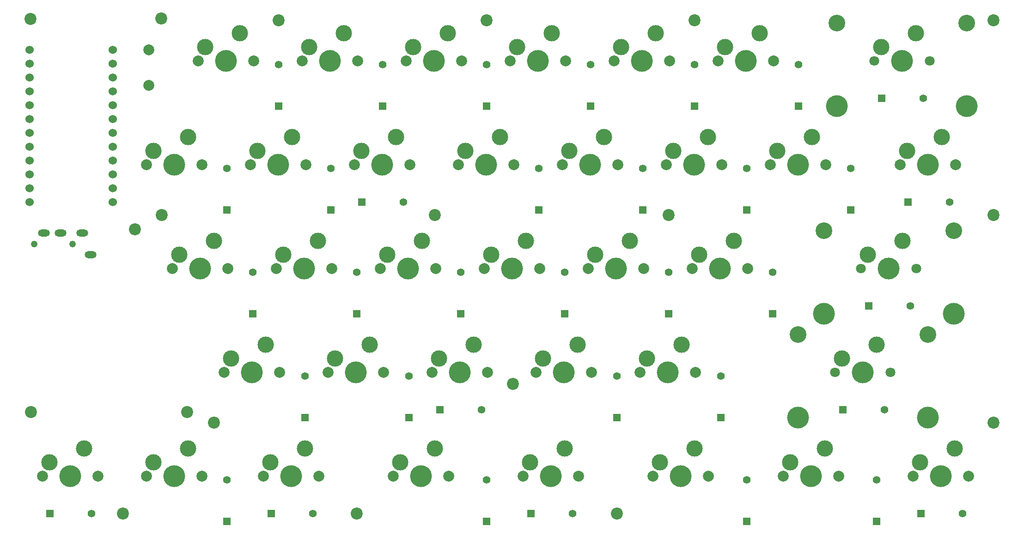
<source format=gts>
G04 #@! TF.GenerationSoftware,KiCad,Pcbnew,7.0.7*
G04 #@! TF.CreationDate,2023-09-30T18:17:31+09:00*
G04 #@! TF.ProjectId,ind-assemble_R,696e642d-6173-4736-956d-626c655f522e,rev?*
G04 #@! TF.SameCoordinates,Original*
G04 #@! TF.FileFunction,Soldermask,Top*
G04 #@! TF.FilePolarity,Negative*
%FSLAX46Y46*%
G04 Gerber Fmt 4.6, Leading zero omitted, Abs format (unit mm)*
G04 Created by KiCad (PCBNEW 7.0.7) date 2023-09-30 18:17:31*
%MOMM*%
%LPD*%
G01*
G04 APERTURE LIST*
%ADD10R,1.397000X1.397000*%
%ADD11C,1.397000*%
%ADD12C,2.200000*%
%ADD13C,2.000000*%
%ADD14C,3.000000*%
%ADD15C,4.000000*%
%ADD16C,1.524000*%
%ADD17C,3.050000*%
%ADD18C,1.800000*%
%ADD19C,1.210000*%
%ADD20O,2.200000X1.300000*%
G04 APERTURE END LIST*
D10*
X191452500Y-47625000D03*
D11*
X199072500Y-47625000D03*
D12*
X142875000Y-123825000D03*
D13*
X104313750Y-40798750D03*
D14*
X105583750Y-38258750D03*
D15*
X109393750Y-40798750D03*
D14*
X111933750Y-35718750D03*
D13*
X114473750Y-40798750D03*
X101917500Y-116998750D03*
D14*
X103187500Y-114458750D03*
D15*
X106997500Y-116998750D03*
D14*
X109537500Y-111918750D03*
D13*
X112077500Y-116998750D03*
X66228750Y-40798750D03*
D14*
X67498750Y-38258750D03*
D15*
X71308750Y-40798750D03*
D14*
X73848750Y-35718750D03*
D13*
X76388750Y-40798750D03*
D12*
X52387500Y-123825000D03*
D13*
X142428750Y-40798750D03*
D14*
X143698750Y-38258750D03*
D15*
X147508750Y-40798750D03*
D14*
X150048750Y-35718750D03*
D13*
X152588750Y-40798750D03*
D10*
X127158750Y-123825000D03*
D11*
X134778750Y-123825000D03*
D10*
X119062500Y-125253750D03*
D11*
X119062500Y-117633750D03*
D13*
X94773750Y-59848750D03*
D14*
X96043750Y-57308750D03*
D15*
X99853750Y-59848750D03*
D14*
X102393750Y-54768750D03*
D13*
X104933750Y-59848750D03*
D10*
X71437500Y-125253750D03*
D11*
X71437500Y-117633750D03*
D10*
X39052500Y-123825000D03*
D11*
X46672500Y-123825000D03*
D10*
X166687500Y-125253750D03*
D11*
X166687500Y-117633750D03*
D10*
X157162500Y-49053750D03*
D11*
X157162500Y-41433750D03*
D10*
X161925000Y-106203750D03*
D11*
X161925000Y-98583750D03*
D13*
X156686250Y-78898750D03*
D14*
X157956250Y-76358750D03*
D15*
X161766250Y-78898750D03*
D14*
X164306250Y-73818750D03*
D13*
X166846250Y-78898750D03*
D12*
X64195000Y-105205000D03*
D13*
X128111250Y-97948750D03*
D14*
X129381250Y-95408750D03*
D15*
X133191250Y-97948750D03*
D14*
X135731250Y-92868750D03*
D13*
X138271250Y-97948750D03*
D10*
X114300000Y-87153750D03*
D11*
X114300000Y-79533750D03*
D13*
X137636250Y-78898750D03*
D14*
X138906250Y-76358750D03*
D15*
X142716250Y-78898750D03*
D14*
X145256250Y-73818750D03*
D13*
X147796250Y-78898750D03*
X57150000Y-38743750D03*
X57150000Y-45243750D03*
D12*
X109537500Y-69056250D03*
X35515000Y-105165000D03*
D13*
X90011250Y-97948750D03*
D14*
X91281250Y-95408750D03*
D15*
X95091250Y-97948750D03*
D14*
X97631250Y-92868750D03*
D13*
X100171250Y-97948750D03*
D10*
X76200000Y-87153750D03*
D11*
X76200000Y-79533750D03*
D13*
X85263750Y-40798750D03*
D14*
X86533750Y-38258750D03*
D15*
X90343750Y-40798750D03*
D14*
X92883750Y-35718750D03*
D13*
X95423750Y-40798750D03*
D16*
X35245000Y-38765000D03*
X35245000Y-41305000D03*
X35245000Y-43845000D03*
X35245000Y-46385000D03*
X35245000Y-48925000D03*
X35245000Y-51465000D03*
X35245000Y-54005000D03*
X35245000Y-56545000D03*
X35245000Y-59085000D03*
X35245000Y-61625000D03*
X35245000Y-64165000D03*
X35245000Y-66705000D03*
X50485000Y-66705000D03*
X50485000Y-64165000D03*
X50485000Y-61625000D03*
X50485000Y-59085000D03*
X50485000Y-56545000D03*
X50485000Y-54005000D03*
X50485000Y-51465000D03*
X50485000Y-48925000D03*
X50485000Y-46385000D03*
X50485000Y-43845000D03*
X50485000Y-41305000D03*
X50485000Y-38765000D03*
D12*
X69056250Y-107156250D03*
D13*
X37623750Y-116998750D03*
D14*
X38893750Y-114458750D03*
D15*
X42703750Y-116998750D03*
D14*
X45243750Y-111918750D03*
D13*
X47783750Y-116998750D03*
X61436250Y-78898750D03*
D14*
X62706250Y-76358750D03*
D15*
X66516250Y-78898750D03*
D14*
X69056250Y-73818750D03*
D13*
X71596250Y-78898750D03*
D10*
X119062500Y-49053750D03*
D11*
X119062500Y-41433750D03*
D12*
X119062500Y-33337500D03*
X211931250Y-107156250D03*
D10*
X152400000Y-87153750D03*
D11*
X152400000Y-79533750D03*
D10*
X176212500Y-49053750D03*
D11*
X176212500Y-41433750D03*
D13*
X194786250Y-59848750D03*
D14*
X196056250Y-57308750D03*
D15*
X199866250Y-59848750D03*
D14*
X202406250Y-54768750D03*
D13*
X204946250Y-59848750D03*
D10*
X185737500Y-68103750D03*
D11*
X185737500Y-60483750D03*
D12*
X59531250Y-69056250D03*
X54625000Y-71625000D03*
X211931250Y-69056250D03*
D13*
X197167500Y-116998750D03*
D14*
X198437500Y-114458750D03*
D15*
X202247500Y-116998750D03*
D14*
X204787500Y-111918750D03*
D13*
X207327500Y-116998750D03*
D12*
X157162500Y-33337500D03*
D13*
X109061250Y-97948750D03*
D14*
X110331250Y-95408750D03*
D15*
X114141250Y-97948750D03*
D14*
X116681250Y-92868750D03*
D13*
X119221250Y-97948750D03*
X99536250Y-78898750D03*
D14*
X100806250Y-76358750D03*
D15*
X104616250Y-78898750D03*
D14*
X107156250Y-73818750D03*
D13*
X109696250Y-78898750D03*
D10*
X96202500Y-66675000D03*
D11*
X103822500Y-66675000D03*
D10*
X95250000Y-87153750D03*
D11*
X95250000Y-79533750D03*
D10*
X85725000Y-106203750D03*
D11*
X85725000Y-98583750D03*
D13*
X56673750Y-59848750D03*
D14*
X57943750Y-57308750D03*
D15*
X61753750Y-59848750D03*
D14*
X64293750Y-54768750D03*
D13*
X66833750Y-59848750D03*
D12*
X80962500Y-33337500D03*
X211931250Y-33337500D03*
D13*
X113823750Y-59848750D03*
D14*
X115093750Y-57308750D03*
D15*
X118903750Y-59848750D03*
D14*
X121443750Y-54768750D03*
D13*
X123983750Y-59848750D03*
D10*
X133350000Y-87153750D03*
D11*
X133350000Y-79533750D03*
D12*
X59445000Y-32995000D03*
D17*
X180822500Y-71898750D03*
D15*
X180822500Y-87138750D03*
D18*
X187642500Y-78898750D03*
D14*
X188912500Y-76358750D03*
D15*
X192722500Y-78898750D03*
D14*
X195262500Y-73818750D03*
D18*
X197802500Y-78898750D03*
D17*
X204622500Y-71898750D03*
D15*
X204622500Y-87138750D03*
D13*
X170973750Y-59848750D03*
D14*
X172243750Y-57308750D03*
D15*
X176053750Y-59848750D03*
D14*
X178593750Y-54768750D03*
D13*
X181133750Y-59848750D03*
D17*
X183203750Y-33798750D03*
D15*
X183203750Y-49038750D03*
D18*
X190023750Y-40798750D03*
D14*
X191293750Y-38258750D03*
D15*
X195103750Y-40798750D03*
D14*
X197643750Y-35718750D03*
D18*
X200183750Y-40798750D03*
D17*
X207003750Y-33798750D03*
D15*
X207003750Y-49038750D03*
D13*
X161463750Y-40798750D03*
D14*
X162733750Y-38258750D03*
D15*
X166543750Y-40798750D03*
D14*
X169083750Y-35718750D03*
D13*
X171623750Y-40798750D03*
D10*
X184308750Y-104775000D03*
D11*
X191928750Y-104775000D03*
D13*
X125730000Y-116998750D03*
D14*
X127000000Y-114458750D03*
D15*
X130810000Y-116998750D03*
D14*
X133350000Y-111918750D03*
D13*
X135890000Y-116998750D03*
D12*
X35435000Y-33045000D03*
D13*
X123363750Y-40798750D03*
D14*
X124633750Y-38258750D03*
D15*
X128443750Y-40798750D03*
D14*
X130983750Y-35718750D03*
D13*
X133523750Y-40798750D03*
D17*
X176060000Y-90948750D03*
D15*
X176060000Y-106188750D03*
D18*
X182880000Y-97948750D03*
D14*
X184150000Y-95408750D03*
D15*
X187960000Y-97948750D03*
D14*
X190500000Y-92868750D03*
D18*
X193040000Y-97948750D03*
D17*
X199860000Y-90948750D03*
D15*
X199860000Y-106188750D03*
D13*
X78105000Y-116998750D03*
D14*
X79375000Y-114458750D03*
D15*
X83185000Y-116998750D03*
D14*
X85725000Y-111918750D03*
D13*
X88265000Y-116998750D03*
X75723750Y-59848750D03*
D14*
X76993750Y-57308750D03*
D15*
X80803750Y-59848750D03*
D14*
X83343750Y-54768750D03*
D13*
X85883750Y-59848750D03*
D10*
X166687500Y-68103750D03*
D11*
X166687500Y-60483750D03*
D10*
X100012500Y-49053750D03*
D11*
X100012500Y-41433750D03*
D10*
X71437500Y-68103750D03*
D11*
X71437500Y-60483750D03*
D10*
X138112500Y-49053750D03*
D11*
X138112500Y-41433750D03*
D13*
X56673750Y-116998750D03*
D14*
X57943750Y-114458750D03*
D15*
X61753750Y-116998750D03*
D14*
X64293750Y-111918750D03*
D13*
X66833750Y-116998750D03*
X147161250Y-97948750D03*
D14*
X148431250Y-95408750D03*
D15*
X152241250Y-97948750D03*
D14*
X154781250Y-92868750D03*
D13*
X157321250Y-97948750D03*
D10*
X147637500Y-68103750D03*
D11*
X147637500Y-60483750D03*
D13*
X118586250Y-78898750D03*
D14*
X119856250Y-76358750D03*
D15*
X123666250Y-78898750D03*
D14*
X126206250Y-73818750D03*
D13*
X128746250Y-78898750D03*
D10*
X171450000Y-87153750D03*
D11*
X171450000Y-79533750D03*
D12*
X95250000Y-123825000D03*
D10*
X190500000Y-125253750D03*
D11*
X190500000Y-117633750D03*
D10*
X104775000Y-106203750D03*
D11*
X104775000Y-98583750D03*
D10*
X128587500Y-68103750D03*
D11*
X128587500Y-60483750D03*
D10*
X90487500Y-68103750D03*
D11*
X90487500Y-60483750D03*
D10*
X142875000Y-106203750D03*
D11*
X142875000Y-98583750D03*
D12*
X123825000Y-100012500D03*
D10*
X189071250Y-85725000D03*
D11*
X196691250Y-85725000D03*
D13*
X173355000Y-116998750D03*
D14*
X174625000Y-114458750D03*
D15*
X178435000Y-116998750D03*
D14*
X180975000Y-111918750D03*
D13*
X183515000Y-116998750D03*
X70961250Y-97948750D03*
D14*
X72231250Y-95408750D03*
D15*
X76041250Y-97948750D03*
D14*
X78581250Y-92868750D03*
D13*
X81121250Y-97948750D03*
D10*
X198596250Y-123825000D03*
D11*
X206216250Y-123825000D03*
D12*
X152400000Y-69056250D03*
D13*
X132873750Y-59848750D03*
D14*
X134143750Y-57308750D03*
D15*
X137953750Y-59848750D03*
D14*
X140493750Y-54768750D03*
D13*
X143033750Y-59848750D03*
D10*
X110490000Y-104775000D03*
D11*
X118110000Y-104775000D03*
D13*
X151923750Y-59848750D03*
D14*
X153193750Y-57308750D03*
D15*
X157003750Y-59848750D03*
D14*
X159543750Y-54768750D03*
D13*
X162083750Y-59848750D03*
X149542500Y-116998750D03*
D14*
X150812500Y-114458750D03*
D15*
X154622500Y-116998750D03*
D14*
X157162500Y-111918750D03*
D13*
X159702500Y-116998750D03*
D10*
X80962500Y-49053750D03*
D11*
X80962500Y-41433750D03*
D10*
X196215000Y-66675000D03*
D11*
X203835000Y-66675000D03*
D13*
X80486250Y-78898750D03*
D14*
X81756250Y-76358750D03*
D15*
X85566250Y-78898750D03*
D14*
X88106250Y-73818750D03*
D13*
X90646250Y-78898750D03*
D10*
X79533750Y-123825000D03*
D11*
X87153750Y-123825000D03*
D19*
X43125000Y-74345000D03*
X36125000Y-74345000D03*
D20*
X46425000Y-76345000D03*
X37925000Y-72345000D03*
X40925000Y-72345000D03*
X44925000Y-72345000D03*
M02*

</source>
